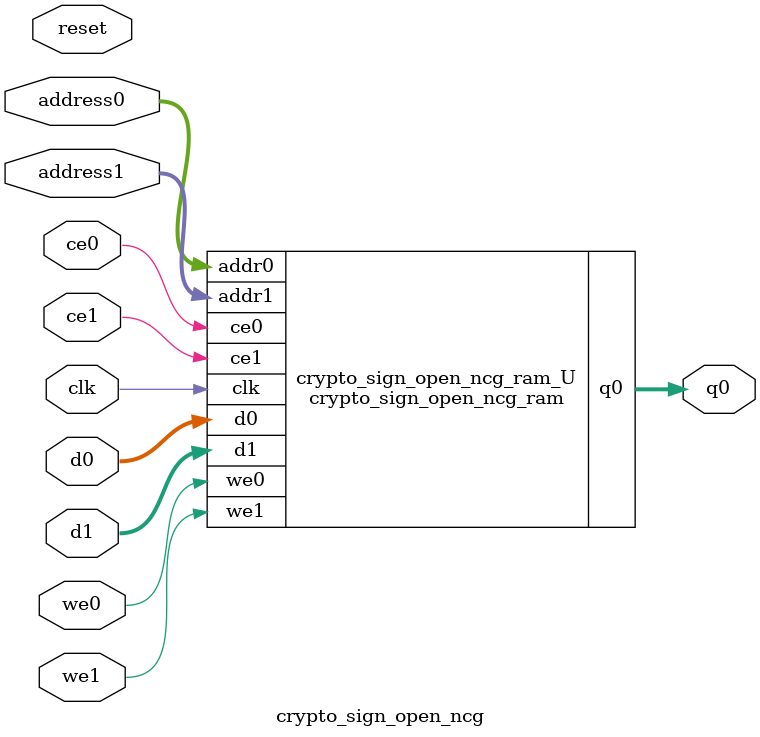
<source format=v>

`timescale 1 ns / 1 ps
module crypto_sign_open_ncg_ram (addr0, ce0, d0, we0, q0, addr1, ce1, d1, we1,  clk);

parameter DWIDTH = 32;
parameter AWIDTH = 11;
parameter MEM_SIZE = 1280;

input[AWIDTH-1:0] addr0;
input ce0;
input[DWIDTH-1:0] d0;
input we0;
output reg[DWIDTH-1:0] q0;
input[AWIDTH-1:0] addr1;
input ce1;
input[DWIDTH-1:0] d1;
input we1;
input clk;

(* ram_style = "block" *)reg [DWIDTH-1:0] ram[0:MEM_SIZE-1];




always @(posedge clk)  
begin 
    if (ce0) 
    begin
        if (we0) 
        begin 
            ram[addr0] <= d0; 
            q0 <= d0;
        end 
        else 
            q0 <= ram[addr0];
    end
end


always @(posedge clk)  
begin 
    if (ce1) 
    begin
        if (we1) 
        begin 
            ram[addr1] <= d1; 
        end 
    end
end


endmodule


`timescale 1 ns / 1 ps
module crypto_sign_open_ncg(
    reset,
    clk,
    address0,
    ce0,
    we0,
    d0,
    q0,
    address1,
    ce1,
    we1,
    d1);

parameter DataWidth = 32'd32;
parameter AddressRange = 32'd1280;
parameter AddressWidth = 32'd11;
input reset;
input clk;
input[AddressWidth - 1:0] address0;
input ce0;
input we0;
input[DataWidth - 1:0] d0;
output[DataWidth - 1:0] q0;
input[AddressWidth - 1:0] address1;
input ce1;
input we1;
input[DataWidth - 1:0] d1;



crypto_sign_open_ncg_ram crypto_sign_open_ncg_ram_U(
    .clk( clk ),
    .addr0( address0 ),
    .ce0( ce0 ),
    .we0( we0 ),
    .d0( d0 ),
    .q0( q0 ),
    .addr1( address1 ),
    .ce1( ce1 ),
    .we1( we1 ),
    .d1( d1 ));

endmodule


</source>
